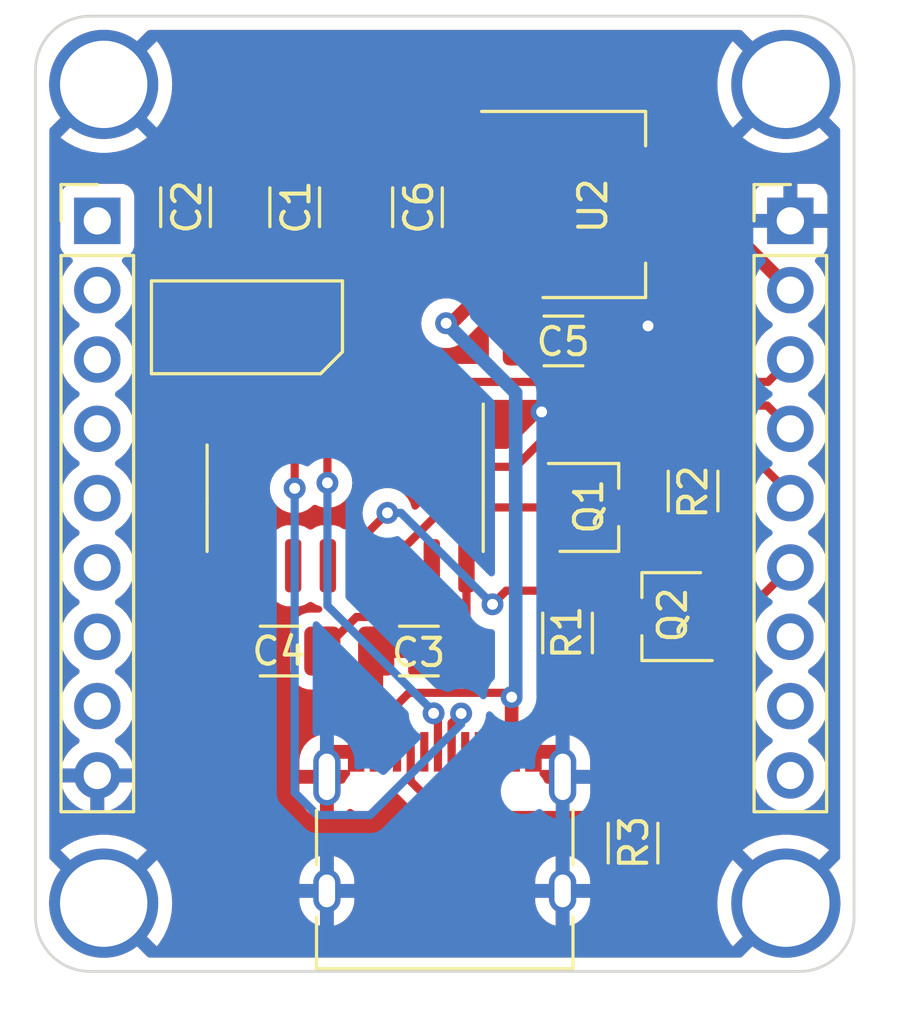
<source format=kicad_pcb>
(kicad_pcb (version 20211014) (generator pcbnew)
  (layers (0 "F.Cu" signal) (31 "B.Cu" signal) (34 "B.Paste" user) (35 "F.Paste" user) (36 "B.SilkS" user "B.Silkscreen") (37 "F.SilkS" user "F.Silkscreen") (38 "B.Mask" user) (39 "F.Mask" user) (44 "Edge.Cuts" user))
  (net 0 "")
  (net 1 "SDA")
  (net 2 "SCL")
  (net 3 "A")
  (net 4 "B")
  (net 5 "C")
  (net 6 "D")
  (net 7 "E")
  (net 8 "Vin")
  (net 9 "GND")
  (net 10 "Net-(C1-Pad1)")
  (net 11 "Net-(C2-Pad1)")
  (net 12 "3.3V")
  (net 13 "RX")
  (net 14 "TX")
  (net 15 "RST")
  (net 16 "F")
  (net 17 "SCLK")
  (net 18 "MISO")
  (net 19 "MOSI")
  (net 20 "Net-(C3-Pad2)")
  (net 21 "Net-(C5-Pad1)")
  (net 22 "Net-(P1-PadA5)")
  (net 23 "D+")
  (net 24 "D-")
  (net 28 "Net-(Q1-Pad2)")
  (net 29 "Net-(Q1-Pad3)")
  (net 30 "Net-(Q2-Pad2)")
  (net 31 "Net-(Q2-Pad3)")
  (footprint "Capacitor_SMD:C_1206_3216Metric_Pad1.33x1.80mm_HandSolder" (layer "F.Cu") (at 58.95 123.2625)
    (fp_text reference "C4" (at -0.03 0.0075) (layer "F.SilkS"))
    (fp_text value "10uF")
    (fp_line (start -0.711252 0.91) (end 0.711252 0.91) (layer "F.SilkS") (width 0.12))
    (fp_line (start -0.711252 -0.91) (end 0.711252 -0.91) (layer "F.SilkS") (width 0.12))
    (pad "1" smd roundrect (at -1.5625 0) (size 1.325 1.8) (layers "F.Cu" "F.Paste" "F.Mask") (roundrect_rratio 0.1886792453) (net 9 "GND"))
    (pad "2" smd roundrect (at 1.5625 0) (size 1.325 1.8) (layers "F.Cu" "F.Paste" "F.Mask") (roundrect_rratio 0.1886792453) (net 20 "Net-(C3-Pad2)"))
  )
  (footprint "Package_TO_SOT_SMD:SOT-23W" (layer "F.Cu") (at 73.3 122 180)
    (fp_text reference "Q2" (at -0.05 0.06 90) (layer "F.SilkS"))
    (fp_text value "BC547")
    (fp_line (start 1.075 -1.61) (end 1.075 -0.7) (layer "F.SilkS") (width 0.12))
    (fp_line (start -1.075 1.61) (end 1.075 1.61) (layer "F.SilkS") (width 0.12))
    (fp_line (start 1.075 0.7) (end 1.075 1.61) (layer "F.SilkS") (width 0.12))
    (fp_line (start -1.5 -1.61) (end 1.075 -1.61) (layer "F.SilkS") (width 0.12))
    (pad "1" smd rect (at -1.2 -0.95 180) (size 1 0.7) (layers "F.Cu" "F.Paste" "F.Mask") (net 16 "F"))
    (pad "2" smd rect (at -1.2 0.95 180) (size 1 0.7) (layers "F.Cu" "F.Paste" "F.Mask") (net 30 "Net-(Q2-Pad2)"))
    (pad "3" smd rect (at 1.2 0 180) (size 1 0.7) (layers "F.Cu" "F.Paste" "F.Mask") (net 31 "Net-(Q2-Pad3)"))
  )
  (footprint "Capacitor_SMD:C_1206_3216Metric_Pad1.33x1.80mm_HandSolder" (layer "F.Cu") (at 69.35 111.9)
    (fp_text reference "C5" (at -0.01 0.03) (layer "F.SilkS"))
    (fp_text value "22pF")
    (fp_line (start -0.711252 0.91) (end 0.711252 0.91) (layer "F.SilkS") (width 0.12))
    (fp_line (start -0.711252 -0.91) (end 0.711252 -0.91) (layer "F.SilkS") (width 0.12))
    (pad "1" smd roundrect (at -1.5625 0) (size 1.325 1.8) (layers "F.Cu" "F.Paste" "F.Mask") (roundrect_rratio 0.1886792453) (net 21 "Net-(C5-Pad1)"))
    (pad "2" smd roundrect (at 1.5625 0) (size 1.325 1.8) (layers "F.Cu" "F.Paste" "F.Mask") (roundrect_rratio 0.1886792453) (net 9 "GND"))
  )
  (footprint "MountingHole:MountingHole_3.2mm_M3_ISO14580_Pad" (layer "F.Cu") (at 77.5 102.5)
    (fp_text reference "REF**" hide)
    (fp_text value "MountingHole_3.2mm_M3_ISO14580_Pad" hide)
    (pad "1" thru_hole circle (at 0 0) (size 4 4) (drill 3.2) (layers *.Cu *.Mask) (net 9 "GND"))
  )
  (footprint "Capacitor_SMD:C_1206_3216Metric_Pad1.33x1.80mm_HandSolder" (layer "F.Cu") (at 64.05 123.2625)
    (fp_text reference "C3" (at -0.01 0.0575) (layer "F.SilkS"))
    (fp_text value "100uF")
    (fp_line (start -0.711252 0.91) (end 0.711252 0.91) (layer "F.SilkS") (width 0.12))
    (fp_line (start -0.711252 -0.91) (end 0.711252 -0.91) (layer "F.SilkS") (width 0.12))
    (pad "1" smd roundrect (at -1.5625 0) (size 1.325 1.8) (layers "F.Cu" "F.Paste" "F.Mask") (roundrect_rratio 0.1886792453) (net 9 "GND"))
    (pad "2" smd roundrect (at 1.5625 0) (size 1.325 1.8) (layers "F.Cu" "F.Paste" "F.Mask") (roundrect_rratio 0.1886792453) (net 20 "Net-(C3-Pad2)"))
  )
  (footprint "MountingHole:MountingHole_3.2mm_M3_ISO14580_Pad" (layer "F.Cu") (at 52.5 102.5)
    (fp_text reference "REF**" hide)
    (fp_text value "MountingHole_3.2mm_M3_ISO14580_Pad" hide)
    (pad "2" thru_hole circle (at 0 0) (size 4 4) (drill 3.2) (layers *.Cu *.Mask) (net 9 "GND"))
  )
  (footprint "Package_TO_SOT_SMD:SOT-223-3_TabPin2" (layer "F.Cu") (at 70.45 106.9)
    (fp_text reference "U2" (at -0.02 0.05 90) (layer "F.SilkS"))
    (fp_text value "AMS1117-3.3")
    (fp_line (start 1.91 -3.41) (end 1.91 -2.15) (layer "F.SilkS") (width 0.12))
    (fp_line (start -1.85 3.41) (end 1.91 3.41) (layer "F.SilkS") (width 0.12))
    (fp_line (start 1.91 3.41) (end 1.91 2.15) (layer "F.SilkS") (width 0.12))
    (fp_line (start -4.1 -3.41) (end 1.91 -3.41) (layer "F.SilkS") (width 0.12))
    (pad "1" smd rect (at -3.15 -2.3) (size 2 1.5) (layers "F.Cu" "F.Paste" "F.Mask") (net 9 "GND"))
    (pad "2" smd rect (at -3.15 0) (size 2 1.5) (layers "F.Cu" "F.Paste" "F.Mask") (net 12 "3.3V"))
    (pad "2" smd rect (at 3.15 0) (size 2 3.8) (layers "F.Cu" "F.Paste" "F.Mask") (net 12 "3.3V"))
    (pad "3" smd rect (at -3.15 2.3) (size 2 1.5) (layers "F.Cu" "F.Paste" "F.Mask") (net 21 "Net-(C5-Pad1)"))
  )
  (footprint "Capacitor_SMD:C_1206_3216Metric_Pad1.33x1.80mm_HandSolder" (layer "F.Cu") (at 55.5 107 90)
    (fp_text reference "C2" (at 0.01 0.05 90) (layer "F.SilkS"))
    (fp_text value "22pF")
    (fp_line (start -0.711252 0.91) (end 0.711252 0.91) (layer "F.SilkS") (width 0.12))
    (fp_line (start -0.711252 -0.91) (end 0.711252 -0.91) (layer "F.SilkS") (width 0.12))
    (pad "1" smd roundrect (at -1.5625 0 90) (size 1.325 1.8) (layers "F.Cu" "F.Paste" "F.Mask") (roundrect_rratio 0.1886792453) (net 11 "Net-(C2-Pad1)"))
    (pad "2" smd roundrect (at 1.5625 0 90) (size 1.325 1.8) (layers "F.Cu" "F.Paste" "F.Mask") (roundrect_rratio 0.1886792453) (net 9 "GND"))
  )
  (footprint "Package_SO:SOIC-16_3.9x9.9mm_P1.27mm" (layer "F.Cu") (at 61.35 117.6625 -90)
    (fp_text reference "U1" hide)
    (fp_text value "CH340G")
    (fp_line (start 0 5.06) (end -1.95 5.06) (layer "F.SilkS") (width 0.12))
    (fp_line (start 0 -5.06) (end 1.95 -5.06) (layer "F.SilkS") (width 0.12))
    (fp_line (start 0 -5.06) (end -3.45 -5.06) (layer "F.SilkS") (width 0.12))
    (fp_line (start 0 5.06) (end 1.95 5.06) (layer "F.SilkS") (width 0.12))
    (pad "1" smd roundrect (at -2.475 -4.445 270) (size 1.95 0.6) (layers "F.Cu" "F.Paste" "F.Mask") (net 9 "GND"))
    (pad "2" smd roundrect (at -2.475 -3.175 270) (size 1.95 0.6) (layers "F.Cu" "F.Paste" "F.Mask") (net 13 "RX"))
    (pad "3" smd roundrect (at -2.475 -1.905 270) (size 1.95 0.6) (layers "F.Cu" "F.Paste" "F.Mask") (net 14 "TX"))
    (pad "4" smd roundrect (at -2.475 -0.635 270) (size 1.95 0.6) (layers "F.Cu" "F.Paste" "F.Mask"))
    (pad "5" smd roundrect (at -2.475 0.635 270) (size 1.95 0.6) (layers "F.Cu" "F.Paste" "F.Mask") (net 23 "D+"))
    (pad "6" smd roundrect (at -2.475 1.905 270) (size 1.95 0.6) (layers "F.Cu" "F.Paste" "F.Mask") (net 24 "D-"))
    (pad "7" smd roundrect (at -2.475 3.175 270) (size 1.95 0.6) (layers "F.Cu" "F.Paste" "F.Mask") (net 10 "Net-(C1-Pad1)"))
    (pad "8" smd roundrect (at -2.475 4.445 270) (size 1.95 0.6) (layers "F.Cu" "F.Paste" "F.Mask") (net 11 "Net-(C2-Pad1)"))
    (pad "9" smd roundrect (at 2.475 4.445 270) (size 1.95 0.6) (layers "F.Cu" "F.Paste" "F.Mask"))
    (pad "10" smd roundrect (at 2.475 3.175 270) (size 1.95 0.6) (layers "F.Cu" "F.Paste" "F.Mask"))
    (pad "11" smd roundrect (at 2.475 1.905 270) (size 1.95 0.6) (layers "F.Cu" "F.Paste" "F.Mask"))
    (pad "12" smd roundrect (at 2.475 0.635 270) (size 1.95 0.6) (layers "F.Cu" "F.Paste" "F.Mask"))
    (pad "13" smd roundrect (at 2.475 -0.635 270) (size 1.95 0.6) (layers "F.Cu" "F.Paste" "F.Mask") (net 31 "Net-(Q2-Pad3)"))
    (pad "14" smd roundrect (at 2.475 -1.905 270) (size 1.95 0.6) (layers "F.Cu" "F.Paste" "F.Mask") (net 29 "Net-(Q1-Pad3)"))
    (pad "15" smd roundrect (at 2.475 -3.175 270) (size 1.95 0.6) (layers "F.Cu" "F.Paste" "F.Mask"))
    (pad "16" smd roundrect (at 2.475 -4.445 270) (size 1.95 0.6) (layers "F.Cu" "F.Paste" "F.Mask") (net 20 "Net-(C3-Pad2)"))
  )
  (footprint "Capacitor_SMD:C_1206_3216Metric_Pad1.33x1.80mm_HandSolder" (layer "F.Cu") (at 64 107 90)
    (fp_text reference "C6" (at 0 0.05 90) (layer "F.SilkS"))
    (fp_text value "22pF")
    (fp_line (start -0.711252 -0.91) (end 0.711252 -0.91) (layer "F.SilkS") (width 0.12))
    (fp_line (start -0.711252 0.91) (end 0.711252 0.91) (layer "F.SilkS") (width 0.12))
    (pad "1" smd roundrect (at -1.5625 0 90) (size 1.325 1.8) (layers "F.Cu" "F.Paste" "F.Mask") (roundrect_rratio 0.1886792453) (net 12 "3.3V"))
    (pad "2" smd roundrect (at 1.5625 0 90) (size 1.325 1.8) (layers "F.Cu" "F.Paste" "F.Mask") (roundrect_rratio 0.1886792453) (net 9 "GND"))
  )
  (footprint "Connector_USB:USB_C_Receptacle_HRO_TYPE-C-31-M-12" (layer "F.Cu") (at 65 131)
    (fp_text reference "P1" hide)
    (fp_text value "USB_C_Plug")
    (fp_line (start 4.7 2) (end 4.7 3.9) (layer "F.SilkS") (width 0.12))
    (fp_line (start -4.7 -1.9) (end -4.7 0.1) (layer "F.SilkS") (width 0.12))
    (fp_line (start 4.7 -1.9) (end 4.7 0.1) (layer "F.SilkS") (width 0.12))
    (fp_line (start -4.7 3.9) (end 4.7 3.9) (layer "F.SilkS") (width 0.12))
    (fp_line (start -4.7 2) (end -4.7 3.9) (layer "F.SilkS") (width 0.12))
    (pad "" np_thru_hole circle (at -2.89 -2.6) (size 0.65 0.65) (drill 0.65) (layers *.Cu *.Mask))
    (pad "" np_thru_hole circle (at 2.89 -2.6) (size 0.65 0.65) (drill 0.65) (layers *.Cu *.Mask))
    (pad "A1" smd rect (at -3.25 -4.045) (size 0.6 1.45) (layers "F.Cu" "F.Paste" "F.Mask") (net 9 "GND"))
    (pad "A4" smd rect (at -2.45 -4.045) (size 0.6 1.45) (layers "F.Cu" "F.Paste" "F.Mask") (net 21 "Net-(C5-Pad1)"))
    (pad "A5" smd rect (at -1.25 -4.045) (size 0.3 1.45) (layers "F.Cu" "F.Paste" "F.Mask") (net 22 "Net-(P1-PadA5)"))
    (pad "A6" smd rect (at -0.25 -4.045) (size 0.3 1.45) (layers "F.Cu" "F.Paste" "F.Mask") (net 23 "D+"))
    (pad "A7" smd rect (at 0.25 -4.045) (size 0.3 1.45) (layers "F.Cu" "F.Paste" "F.Mask") (net 24 "D-"))
    (pad "A8" smd rect (at 1.25 -4.045) (size 0.3 1.45) (layers "F.Cu" "F.Paste" "F.Mask"))
    (pad "A9" smd rect (at 2.45 -4.045) (size 0.6 1.45) (layers "F.Cu" "F.Paste" "F.Mask") (net 21 "Net-(C5-Pad1)"))
    (pad "A12" smd rect (at 3.25 -4.045) (size 0.6 1.45) (layers "F.Cu" "F.Paste" "F.Mask") (net 9 "GND"))
    (pad "B1" smd rect (at 3.25 -4.045) (size 0.6 1.45) (layers "F.Cu" "F.Paste" "F.Mask") (net 9 "GND"))
    (pad "B4" smd rect (at 2.45 -4.045) (size 0.6 1.45) (layers "F.Cu" "F.Paste" "F.Mask") (net 21 "Net-(C5-Pad1)"))
    (pad "B5" smd rect (at 1.75 -4.045) (size 0.3 1.45) (layers "F.Cu" "F.Paste" "F.Mask"))
    (pad "B6" smd rect (at 0.75 -4.045) (size 0.3 1.45) (layers "F.Cu" "F.Paste" "F.Mask"))
    (pad "B7" smd rect (at -0.75 -4.045) (size 0.3 1.45) (layers "F.Cu" "F.Paste" "F.Mask"))
    (pad "B8" smd rect (at -1.75 -4.045) (size 0.3 1.45) (layers "F.Cu" "F.Paste" "F.Mask"))
    (pad "B9" smd rect (at -2.45 -4.045) (size 0.6 1.45) (layers "F.Cu" "F.Paste" "F.Mask") (net 21 "Net-(C5-Pad1)"))
    (pad "B12" smd rect (at -3.25 -4.045) (size 0.6 1.45) (layers "F.Cu" "F.Paste" "F.Mask") (net 9 "GND"))
    (pad "S1" thru_hole oval (at -4.32 -3.13) (size 1 2.1) (drill oval 0.6 1.7) (layers *.Cu *.Mask) (net 9 "GND"))
    (pad "S1" thru_hole oval (at 4.32 1.05) (size 1 1.6) (drill oval 0.6 1.2) (layers *.Cu *.Mask) (net 9 "GND"))
    (pad "S1" thru_hole oval (at 4.32 -3.13) (size 1 2.1) (drill oval 0.6 1.7) (layers *.Cu *.Mask) (net 9 "GND"))
    (pad "S1" thru_hole oval (at -4.32 1.05) (size 1 1.6) (drill oval 0.6 1.2) (layers *.Cu *.Mask) (net 9 "GND"))
  )
  (footprint "Resistor_SMD:R_1206_3216Metric_Pad1.30x1.75mm_HandSolder" (layer "F.Cu") (at 69.5 122.6 90)
    (fp_text reference "R1" (at 0.02 -0.02 90) (layer "F.SilkS"))
    (fp_text value "R")
    (fp_line (start -0.727064 0.91) (end 0.727064 0.91) (layer "F.SilkS") (width 0.12))
    (fp_line (start -0.727064 -0.91) (end 0.727064 -0.91) (layer "F.SilkS") (width 0.12))
    (pad "1" smd roundrect (at -1.55 0 90) (size 1.3 1.75) (layers "F.Cu" "F.Paste" "F.Mask") (roundrect_rratio 0.1923076923) (net 28 "Net-(Q1-Pad2)"))
    (pad "2" smd roundrect (at 1.55 0 90) (size 1.3 1.75) (layers "F.Cu" "F.Paste" "F.Mask") (roundrect_rratio 0.1923076923) (net 31 "Net-(Q2-Pad3)"))
  )
  (footprint "Resistor_SMD:R_1206_3216Metric_Pad1.30x1.75mm_HandSolder" (layer "F.Cu") (at 74.1 117.4 90)
    (fp_text reference "R2" (at -0.04 0 90) (layer "F.SilkS"))
    (fp_text value "R")
    (fp_line (start -0.727064 0.91) (end 0.727064 0.91) (layer "F.SilkS") (width 0.12))
    (fp_line (start -0.727064 -0.91) (end 0.727064 -0.91) (layer "F.SilkS") (width 0.12))
    (pad "1" smd roundrect (at -1.55 0 90) (size 1.3 1.75) (layers "F.Cu" "F.Paste" "F.Mask") (roundrect_rratio 0.1923076923) (net 30 "Net-(Q2-Pad2)"))
    (pad "2" smd roundrect (at 1.55 0 90) (size 1.3 1.75) (layers "F.Cu" "F.Paste" "F.Mask") (roundrect_rratio 0.1923076923) (net 29 "Net-(Q1-Pad3)"))
  )
  (footprint "MountingHole:MountingHole_3.2mm_M3_ISO14580_Pad" (layer "F.Cu") (at 52.5 132.5)
    (fp_text reference "REF**" hide)
    (fp_text value "MountingHole_3.2mm_M3_ISO14580_Pad" hide)
    (pad "3" thru_hole circle (at 0 0) (size 4 4) (drill 3.2) (layers *.Cu *.Mask) (net 9 "GND"))
  )
  (footprint "Capacitor_SMD:C_1206_3216Metric_Pad1.33x1.80mm_HandSolder" (layer "F.Cu") (at 59.5 107 90)
    (fp_text reference "C1" (at 0 0.05 90) (layer "F.SilkS"))
    (fp_text value "22pF")
    (fp_line (start -0.711252 -0.91) (end 0.711252 -0.91) (layer "F.SilkS") (width 0.12))
    (fp_line (start -0.711252 0.91) (end 0.711252 0.91) (layer "F.SilkS") (width 0.12))
    (pad "1" smd roundrect (at -1.5625 0 90) (size 1.325 1.8) (layers "F.Cu" "F.Paste" "F.Mask") (roundrect_rratio 0.1886792453) (net 10 "Net-(C1-Pad1)"))
    (pad "2" smd roundrect (at 1.5625 0 90) (size 1.325 1.8) (layers "F.Cu" "F.Paste" "F.Mask") (roundrect_rratio 0.1886792453) (net 9 "GND"))
  )
  (footprint "Resistor_SMD:R_1206_3216Metric_Pad1.30x1.75mm_HandSolder" (layer "F.Cu") (at 71.9 130.3 90)
    (fp_text reference "R3" (at 0.02 0.03 90) (layer "F.SilkS"))
    (fp_text value "5.1k")
    (fp_line (start -0.727064 0.91) (end 0.727064 0.91) (layer "F.SilkS") (width 0.12))
    (fp_line (start -0.727064 -0.91) (end 0.727064 -0.91) (layer "F.SilkS") (width 0.12))
    (pad "1" smd roundrect (at -1.55 0 90) (size 1.3 1.75) (layers "F.Cu" "F.Paste" "F.Mask") (roundrect_rratio 0.1923076923) (net 9 "GND"))
    (pad "2" smd roundrect (at 1.55 0 90) (size 1.3 1.75) (layers "F.Cu" "F.Paste" "F.Mask") (roundrect_rratio 0.1923076923) (net 22 "Net-(P1-PadA5)"))
  )
  (footprint "Connector_PinHeader_2.54mm:PinHeader_1x09_P2.54mm_Vertical" (layer "F.Cu") (at 77.665719 107.5)
    (fp_text reference "J2" hide)
    (fp_text value "Conn_01x08_Male" hide)
    (fp_line (start -1.33 1.27) (end 1.33 1.27) (layer "F.SilkS") (width 0.12))
    (fp_line (start -1.33 0) (end -1.33 -1.33) (layer "F.SilkS") (width 0.12))
    (fp_line (start -1.33 1.27) (end -1.33 21.65) (layer "F.SilkS") (width 0.12))
    (fp_line (start -1.33 -1.33) (end 0 -1.33) (layer "F.SilkS") (width 0.12))
    (fp_line (start 1.33 1.27) (end 1.33 21.65) (layer "F.SilkS") (width 0.12))
    (fp_line (start -1.33 21.65) (end 1.33 21.65) (layer "F.SilkS") (width 0.12))
    (pad "1" thru_hole rect (at 0 0) (size 1.7 1.7) (drill 1) (layers *.Cu *.Mask) (net 9 "GND"))
    (pad "2" thru_hole oval (at 0 2.54) (size 1.7 1.7) (drill 1) (layers *.Cu *.Mask) (net 12 "3.3V"))
    (pad "3" thru_hole oval (at 0 5.08) (size 1.7 1.7) (drill 1) (layers *.Cu *.Mask) (net 14 "TX"))
    (pad "4" thru_hole oval (at 0 7.62) (size 1.7 1.7) (drill 1) (layers *.Cu *.Mask) (net 13 "RX"))
    (pad "5" thru_hole oval (at 0 10.16) (size 1.7 1.7) (drill 1) (layers *.Cu *.Mask) (net 15 "RST"))
    (pad "6" thru_hole oval (at 0 12.7) (size 1.7 1.7) (drill 1) (layers *.Cu *.Mask) (net 16 "F"))
    (pad "7" thru_hole oval (at 0 15.24) (size 1.7 1.7) (drill 1) (layers *.Cu *.Mask) (net 17 "SCLK"))
    (pad "8" thru_hole oval (at 0 17.78) (size 1.7 1.7) (drill 1) (layers *.Cu *.Mask) (net 19 "MOSI"))
    (pad "9" thru_hole oval (at 0 20.32) (size 1.7 1.7) (drill 1) (layers *.Cu *.Mask) (net 18 "MISO"))
  )
  (footprint "Suat:2pincrystal" (layer "F.Cu") (at 57.75 111.4 90)
    (fp_text reference "Y1" hide)
    (fp_text value "Crystal")
    (fp_line (start -1.7 -3.5) (end 1.7 -3.5) (layer "F.SilkS") (width 0.12))
    (fp_line (start 1.7 -3.5) (end 1.7 3.5) (layer "F.SilkS") (width 0.12))
    (fp_line (start -0.9 3.5) (end -1.7 2.7) (layer "F.SilkS") (width 0.12))
    (fp_line (start -1.7 2.7) (end -1.7 -3.5) (layer "F.SilkS") (width 0.12))
    (fp_line (start 1.7 3.5) (end -0.9 3.5) (layer "F.SilkS") (width 0.12))
    (pad "1" smd rect (at 0 2 90) (size 2.4 2) (layers "F.Cu" "F.Paste" "F.Mask") (net 10 "Net-(C1-Pad1)"))
    (pad "2" smd rect (at 0 -2 90) (size 2.4 2) (layers "F.Cu" "F.Paste" "F.Mask") (net 11 "Net-(C2-Pad1)"))
  )
  (footprint "Package_TO_SOT_SMD:SOT-23W" (layer "F.Cu") (at 70.3 118)
    (fp_text reference "Q1" (at -0.02 -0.04 90) (layer "F.SilkS"))
    (fp_text value "BC547")
    (fp_line (start 1.075 -1.61) (end 1.075 -0.7) (layer "F.SilkS") (width 0.12))
    (fp_line (start -1.5 -1.61) (end 1.075 -1.61) (layer "F.SilkS") (width 0.12))
    (fp_line (start 1.075 0.7) (end 1.075 1.61) (layer "F.SilkS") (width 0.12))
    (fp_line (start -1.075 1.61) (end 1.075 1.61) (layer "F.SilkS") (width 0.12))
    (pad "1" smd rect (at -1.2 -0.95) (size 1 0.7) (layers "F.Cu" "F.Paste" "F.Mask") (net 15 "RST"))
    (pad "2" smd rect (at -1.2 0.95) (size 1 0.7) (layers "F.Cu" "F.Paste" "F.Mask") (net 28 "Net-(Q1-Pad2)"))
    (pad "3" smd rect (at 1.2 0) (size 1 0.7) (layers "F.Cu" "F.Paste" "F.Mask") (net 29 "Net-(Q1-Pad3)"))
  )
  (footprint "MountingHole:MountingHole_3.2mm_M3_ISO14580_Pad" (layer "F.Cu") (at 77.5 132.5)
    (fp_text reference "REF**" hide)
    (fp_text value "MountingHole_3.2mm_M3_ISO14580_Pad" hide)
    (pad "4" thru_hole circle (at 0 0) (size 4 4) (drill 3.2) (layers *.Cu *.Mask) (net 9 "GND"))
  )
  (footprint "Connector_PinHeader_2.54mm:PinHeader_1x09_P2.54mm_Vertical" (layer "F.Cu") (at 52.265719 107.5)
    (fp_text reference "J1" hide)
    (fp_text value "Conn_01x08_Male" hide)
    (fp_line (start 1.33 1.27) (end 1.33 21.65) (layer "F.SilkS") (width 0.12))
    (fp_line (start -1.33 1.27) (end 1.33 1.27) (layer "F.SilkS") (width 0.12))
    (fp_line (start -1.33 21.65) (end 1.33 21.65) (layer "F.SilkS") (width 0.12))
    (fp_line (start -1.33 -1.33) (end 0 -1.33) (layer "F.SilkS") (width 0.12))
    (fp_line (start -1.33 0) (end -1.33 -1.33) (layer "F.SilkS") (width 0.12))
    (fp_line (start -1.33 1.27) (end -1.33 21.65) (layer "F.SilkS") (width 0.12))
    (pad "1" thru_hole rect (at 0 0) (size 1.7 1.7) (drill 1) (layers *.Cu *.Mask) (net 2 "SCL"))
    (pad "2" thru_hole oval (at 0 2.54) (size 1.7 1.7) (drill 1) (layers *.Cu *.Mask) (net 1 "SDA"))
    (pad "3" thru_hole oval (at 0 5.08) (size 1.7 1.7) (drill 1) (layers *.Cu *.Mask) (net 7 "E"))
    (pad "4" thru_hole oval (at 0 7.62) (size 1.7 1.7) (drill 1) (layers *.Cu *.Mask) (net 6 "D"))
    (pad "5" thru_hole oval (at 0 10.16) (size 1.7 1.7) (drill 1) (layers *.Cu *.Mask) (net 3 "A"))
    (pad "6" thru_hole oval (at 0 12.7) (size 1.7 1.7) (drill 1) (layers *.Cu *.Mask) (net 4 "B"))
    (pad "7" thru_hole oval (at 0 15.24) (size 1.7 1.7) (drill 1) (layers *.Cu *.Mask) (net 5 "C"))
    (pad "8" thru_hole oval (at 0 17.78) (size 1.7 1.7) (drill 1) (layers *.Cu *.Mask) (net 8 "Vin"))
    (pad "9" thru_hole oval (at 0 20.32) (size 1.7 1.7) (drill 1) (layers *.Cu *.Mask) (net 9 "GND"))
  )
  (gr_line (start 50 102) (end 50 133) (layer "Edge.Cuts") (width 0.1))
  (gr_arc (start 50 102) (mid 50.585786 100.585786) (end 52 100) (layer "Edge.Cuts") (width 0.1))
  (gr_arc (start 78 100) (mid 79.414214 100.585786) (end 80 102) (layer "Edge.Cuts") (width 0.1))
  (gr_arc (start 80 133) (mid 79.414214 134.414214) (end 78 135) (layer "Edge.Cuts") (width 0.1))
  (gr_line (start 78 135) (end 52 135) (layer "Edge.Cuts") (width 0.1))
  (gr_line (start 80 102) (end 80 133) (layer "Edge.Cuts") (width 0.1))
  (gr_line (start 52 100) (end 78 100) (layer "Edge.Cuts") (width 0.1))
  (gr_arc (start 52 135) (mid 50.585786 134.414214) (end 50 133) (layer "Edge.Cuts") (width 0.1))
  (segment (start 71.4625 111.35) (end 70.9125 111.9) (width 0.3) (layer "F.Cu") (net 9))
  (segment (start 66.4825 114.5) (end 68.55 114.5) (width 0.3) (layer "F.Cu") (net 9))
  (segment (start 65.795 115.1875) (end 66.4825 114.5) (width 0.3) (layer "F.Cu") (net 9))
  (segment (start 72.45 111.35) (end 71.4625 111.35) (width 0.3) (layer "F.Cu") (net 9))
  (via (at 68.55 114.5) (size 0.8) (drill 0.4) (layers "F.Cu" "B.Cu") (net 9))
  (via (at 72.45 111.35) (size 0.8) (drill 0.4) (layers "F.Cu" "B.Cu") (net 9))
  (segment (start 71.7 111.35) (end 72.45 111.35) (width 0.3) (layer "B.Cu") (net 9))
  (segment (start 68.55 114.5) (end 71.7 111.35) (width 0.3) (layer "B.Cu") (net 9))
  (segment (start 59.5 111.15) (end 59.75 111.4) (width 0.3) (layer "F.Cu") (net 10))
  (segment (start 58.175 115.1875) (end 58.175 112.975) (width 0.3) (layer "F.Cu") (net 10))
  (segment (start 58.175 112.975) (end 59.75 111.4) (width 0.3) (layer "F.Cu") (net 10))
  (segment (start 59.5 108.5625) (end 59.5 111.15) (width 0.3) (layer "F.Cu") (net 10))
  (segment (start 55.5 111.15) (end 55.75 111.4) (width 0.3) (layer "F.Cu") (net 11))
  (segment (start 55.75 114.0325) (end 55.75 111.4) (width 0.3) (layer "F.Cu") (net 11))
  (segment (start 55.5 108.5625) (end 55.5 111.15) (width 0.3) (layer "F.Cu") (net 11))
  (segment (start 56.905 115.1875) (end 55.75 114.0325) (width 0.3) (layer "F.Cu") (net 11))
  (segment (start 67.3 106.9) (end 73.6 106.9) (width 0.5) (layer "F.Cu") (net 12))
  (segment (start 73.6 106.9) (end 74.525719 106.9) (width 0.5) (layer "F.Cu") (net 12))
  (segment (start 74.525719 106.9) (end 77.665719 110.04) (width 0.5) (layer "F.Cu") (net 12))
  (segment (start 65.6625 106.9) (end 67.3 106.9) (width 0.5) (layer "F.Cu") (net 12))
  (segment (start 64 108.5625) (end 65.6625 106.9) (width 0.5) (layer "F.Cu") (net 12))
  (segment (start 65.438093 116.51202) (end 64.525 115.598927) (width 0.3) (layer "F.Cu") (net 13))
  (segment (start 76.815719 114.27) (end 69.839956 114.27) (width 0.3) (layer "F.Cu") (net 13))
  (segment (start 69.839956 114.27) (end 67.597936 116.51202) (width 0.3) (layer "F.Cu") (net 13))
  (segment (start 64.525 115.598927) (end 64.525 115.1875) (width 0.3) (layer "F.Cu") (net 13))
  (segment (start 77.665719 115.12) (end 76.815719 114.27) (width 0.3) (layer "F.Cu") (net 13))
  (segment (start 67.597936 116.51202) (end 65.438093 116.51202) (width 0.3) (layer "F.Cu") (net 13))
  (segment (start 76.84523 113.400489) (end 77.665719 112.58) (width 0.3) (layer "F.Cu") (net 14))
  (segment (start 63.255 114.776073) (end 64.630584 113.400489) (width 0.3) (layer "F.Cu") (net 14))
  (segment (start 64.630584 113.400489) (end 76.84523 113.400489) (width 0.3) (layer "F.Cu") (net 14))
  (segment (start 63.255 115.1875) (end 63.255 114.776073) (width 0.3) (layer "F.Cu") (net 14))
  (segment (start 77.665719 117.515719) (end 77.665719 117.66) (width 0.3) (layer "F.Cu") (net 15))
  (segment (start 75.00048 114.85048) (end 77.665719 117.515719) (width 0.3) (layer "F.Cu") (net 15))
  (segment (start 69.1 117.05) (end 71.29952 114.85048) (width 0.3) (layer "F.Cu") (net 15))
  (segment (start 71.29952 114.85048) (end 75.00048 114.85048) (width 0.3) (layer "F.Cu") (net 15))
  (segment (start 74.915719 122.95) (end 77.665719 120.2) (width 0.3) (layer "F.Cu") (net 16))
  (segment (start 74.5 122.95) (end 74.915719 122.95) (width 0.3) (layer "F.Cu") (net 16))
  (segment (start 61.76202 122.01298) (end 64.36298 122.01298) (width 0.3) (layer "F.Cu") (net 20))
  (segment (start 60.5125 123.2625) (end 61.76202 122.01298) (width 0.3) (layer "F.Cu") (net 20))
  (segment (start 65.6125 123.2625) (end 65.795 123.08) (width 0.3) (layer "F.Cu") (net 20))
  (segment (start 64.36298 122.01298) (end 65.6125 123.2625) (width 0.3) (layer "F.Cu") (net 20))
  (segment (start 65.795 123.08) (end 65.795 120.1375) (width 0.3) (layer "F.Cu") (net 20))
  (segment (start 67.3 109.2) (end 67.3 111.4125) (width 0.5) (layer "F.Cu") (net 21))
  (segment (start 67.3 111.4125) (end 67.7875 111.9) (width 0.5) (layer "F.Cu") (net 21))
  (segment (start 62.55 126.955) (end 62.55 125.93) (width 0.3) (layer "F.Cu") (net 21))
  (segment (start 65.25 111.25) (end 67.3 109.2) (width 0.5) (layer "F.Cu") (net 21))
  (segment (start 63.687043 124.792957) (end 67.292957 124.792957) (width 0.3) (layer "F.Cu") (net 21))
  (segment (start 62.55 125.93) (end 63.687043 124.792957) (width 0.3) (layer "F.Cu") (net 21))
  (segment (start 67.45 126.955) (end 67.45 124.95) (width 0.5) (layer "F.Cu") (net 21))
  (segment (start 65.05 111.25) (end 65.25 111.25) (width 0.5) (layer "F.Cu") (net 21))
  (segment (start 67.292957 124.792957) (end 67.45 124.95) (width 0.3) (layer "F.Cu") (net 21))
  (via (at 67.45 124.95) (size 0.8) (drill 0.4) (layers "F.Cu" "B.Cu") (net 21))
  (via (at 65.05 111.25) (size 0.8) (drill 0.4) (layers "F.Cu" "B.Cu") (net 21))
  (segment (start 67.599501 124.800499) (end 67.599501 113.799501) (width 0.5) (layer "B.Cu") (net 21))
  (segment (start 67.599501 113.799501) (end 65.05 111.25) (width 0.5) (layer "B.Cu") (net 21))
  (segment (start 67.45 124.95) (end 67.599501 124.800499) (width 0.5) (layer "B.Cu") (net 21))
  (segment (start 63.75 126.955) (end 63.75 128.029022) (width 0.3) (layer "F.Cu") (net 22))
  (segment (start 71.38048 129.26952) (end 71.9 128.75) (width 0.3) (layer "F.Cu") (net 22))
  (segment (start 64.990498 129.26952) (end 71.38048 129.26952) (width 0.3) (layer "F.Cu") (net 22))
  (segment (start 63.75 128.029022) (end 64.990498 129.26952) (width 0.3) (layer "F.Cu") (net 22))
  (segment (start 60.7 115.2025) (end 60.715 115.1875) (width 0.3) (layer "F.Cu") (net 23))
  (segment (start 64.75 126.955) (end 64.75 125.70118) (width 0.3) (layer "F.Cu") (net 23))
  (segment (start 64.75 125.70118) (end 64.591278 125.542458) (width 0.3) (layer "F.Cu") (net 23))
  (segment (start 60.7 117.1) (end 60.7 115.2025) (width 0.3) (layer "F.Cu") (net 23))
  (via (at 64.591278 125.542458) (size 0.8) (drill 0.4) (layers "F.Cu" "B.Cu") (net 23))
  (via (at 60.7 117.1) (size 0.8) (drill 0.4) (layers "F.Cu" "B.Cu") (net 23))
  (segment (start 60.7 117.1) (end 60.7 121.6) (width 0.3) (layer "B.Cu") (net 23))
  (segment (start 64.591278 125.491278) (end 64.591278 125.542458) (width 0.3) (layer "B.Cu") (net 23))
  (segment (start 60.7 121.6) (end 64.591278 125.491278) (width 0.3) (layer "B.Cu") (net 23))
  (segment (start 59.5 115.2425) (end 59.445 115.1875) (width 0.3) (layer "F.Cu") (net 24))
  (segment (start 59.5 117.3) (end 59.5 115.2425) (width 0.3) (layer "F.Cu") (net 24))
  (segment (start 65.25 126.955) (end 65.25 125.9) (width 0.3) (layer "F.Cu") (net 24))
  (segment (start 65.25 125.9) (end 65.6 125.55) (width 0.3) (layer "F.Cu") (net 24))
  (via (at 65.6 125.55) (size 0.8) (drill 0.4) (layers "F.Cu" "B.Cu") (net 24))
  (via (at 59.5 117.3) (size 0.8) (drill 0.4) (layers "F.Cu" "B.Cu") (net 24))
  (segment (start 65.6 125.934629) (end 62.265109 129.26952) (width 0.3) (layer "B.Cu") (net 24))
  (segment (start 62.265109 129.26952) (end 60.328118 129.26952) (width 0.3) (layer "B.Cu") (net 24))
  (segment (start 60.328118 129.26952) (end 59.5 128.441402) (width 0.3) (layer "B.Cu") (net 24))
  (segment (start 65.6 125.55) (end 65.6 125.934629) (width 0.3) (layer "B.Cu") (net 24))
  (segment (start 59.5 128.441402) (end 59.5 117.3) (width 0.3) (layer "B.Cu") (net 24))
  (segment (start 72.949511 121.048533) (end 72.949511 122.500489) (width 0.3) (layer "F.Cu") (net 28))
  (segment (start 72.949511 122.500489) (end 71.3 124.15) (width 0.3) (layer "F.Cu") (net 28))
  (segment (start 71.3 124.15) (end 69.5 124.15) (width 0.3) (layer "F.Cu") (net 28))
  (segment (start 70.850978 118.95) (end 72.949511 121.048533) (width 0.3) (layer "F.Cu") (net 28))
  (segment (start 69.1 118.95) (end 70.850978 118.95) (width 0.3) (layer "F.Cu") (net 28))
  (segment (start 63.255 119.726073) (end 63.255 120.1375) (width 0.3) (layer "F.Cu") (net 29))
  (segment (start 71.5 118) (end 64.981073 118) (width 0.3) (layer "F.Cu") (net 29))
  (segment (start 64.981073 118) (end 63.255 119.726073) (width 0.3) (layer "F.Cu") (net 29))
  (segment (start 71.95 118) (end 74.1 115.85) (width 0.3) (layer "F.Cu") (net 29))
  (segment (start 71.5 118) (end 71.95 118) (width 0.3) (layer "F.Cu") (net 29))
  (segment (start 74.1 120.65) (end 74.5 121.05) (width 0.3) (layer "F.Cu") (net 30))
  (segment (start 74.1 118.95) (end 74.1 120.65) (width 0.3) (layer "F.Cu") (net 30))
  (segment (start 61.985 120.1375) (end 61.985 119.115) (width 0.3) (layer "F.Cu") (net 31))
  (segment (start 72.1 122) (end 70.45 122) (width 0.3) (layer "F.Cu") (net 31))
  (segment (start 70.45 122) (end 69.5 121.05) (width 0.3) (layer "F.Cu") (net 31))
  (segment (start 69.5 121.05) (end 67.25 121.05) (width 0.3) (layer "F.Cu") (net 31))
  (segment (start 61.985 119.115) (end 62.9 118.2) (width 0.3) (layer "F.Cu") (net 31))
  (segment (start 67.25 121.05) (end 66.75 121.55) (width 0.3) (layer "F.Cu") (net 31))
  (via (at 62.9 118.2) (size 0.8) (drill 0.4) (layers "F.Cu" "B.Cu") (net 31))
  (via (at 66.75 121.55) (size 0.8) (drill 0.4) (layers "F.Cu" "B.Cu") (net 31))
  (segment (start 62.9 118.2) (end 63.4 118.2) (width 0.3) (layer "B.Cu") (net 31))
  (segment (start 63.4 118.2) (end 66.75 121.55) (width 0.3) (layer "B.Cu") (net 31))
  (zone (net 9) (net_name "GND") (layer "F.Cu") (connect_pads (clearance 0.508)) (min_thickness 0.254) (fill yes (thermal_gap 0.508) (thermal_bridge_width 0.508))
    (polygon (pts (xy 81.07 99.57) (xy 80.57 136.08) (xy 49.12 136) (xy 49.25 99.52) (xy 55.749023 99.535592) (xy 55.758855 99.483359) (xy 73.979832 99.407767) (xy 74.13 99.49)))
  )
  (zone (net 9) (net_name "GND") (layer "B.Cu") (connect_pads (clearance 0.508)) (min_thickness 0.254) (fill yes (thermal_gap 0.508) (thermal_bridge_width 0.508))
    (polygon (pts (xy 81.25 136.37) (xy 48.7 136.16) (xy 49.62 99.75) (xy 55.8 99.75) (xy 55.999616 99.845792) (xy 74.359616 100.165792) (xy 74.13 99.57) (xy 82.07 99.57)))
  )
)
</source>
